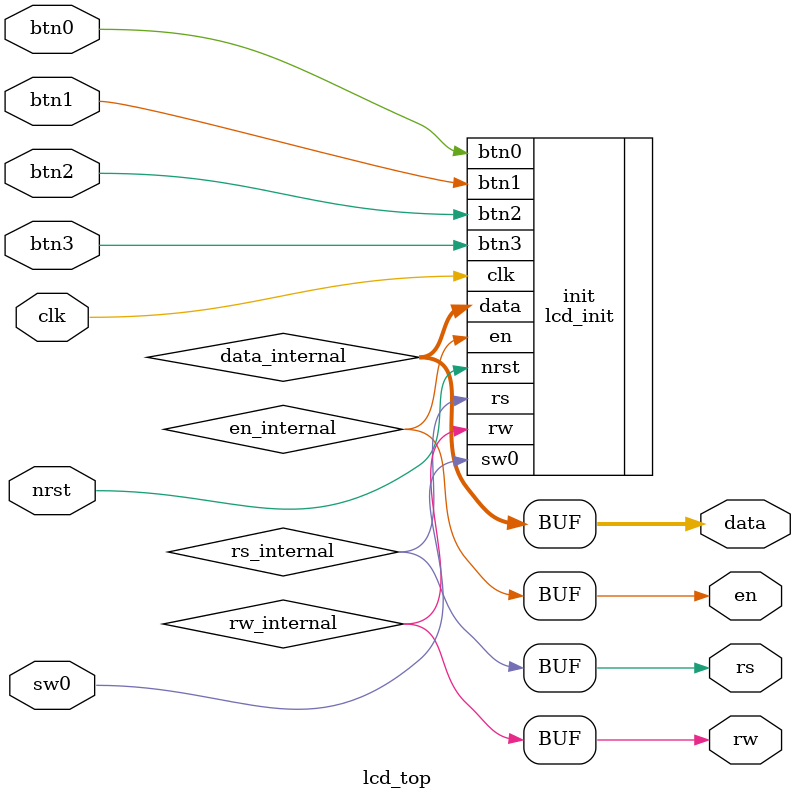
<source format=v>
`timescale 1ns / 1ps

module lcd_top(
    input clk,
    input nrst,
    input sw0,
    input btn0,
    input btn1,
    input btn2,
    input btn3,
    output [3:0] data,  // Declare as wire (by default)
    output rs,
    output rw,
    output en   
);

    // Intermediate wires for module connection
    wire [3:0] data_internal;
    wire rs_internal;
    wire rw_internal;
    wire en_internal;

    lcd_init init (
        .clk(clk),
        .nrst(nrst),
        .sw0(sw0),
        .btn0(btn0),
        .btn1(btn1),
        .btn2(btn2),
        .btn3(btn3),
        .data(data_internal),  // Wire connection
        .rs(rs_internal),      
        .rw(rw_internal),      
        .en(en_internal)       
    );

    // Output assignments
    assign data = data_internal;
    assign rs   = rs_internal;
    assign rw   = rw_internal;
    assign en   = en_internal;

endmodule

</source>
